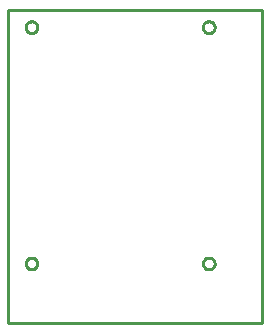
<source format=gbr>
G04 EAGLE Gerber X2 export*
%TF.Part,Single*%
%TF.FileFunction,Profile,NP*%
%TF.FilePolarity,Positive*%
%TF.GenerationSoftware,Autodesk,EAGLE,9.1.0*%
%TF.CreationDate,2018-11-27T18:07:30Z*%
G75*
%MOMM*%
%FSLAX34Y34*%
%LPD*%
%AMOC8*
5,1,8,0,0,1.08239X$1,22.5*%
G01*
%ADD10C,0.254000*%


D10*
X0Y0D02*
X215000Y0D01*
X215000Y265000D01*
X0Y265000D01*
X0Y0D01*
X25000Y49719D02*
X24937Y49161D01*
X24812Y48614D01*
X24627Y48084D01*
X24383Y47578D01*
X24084Y47102D01*
X23734Y46663D01*
X23337Y46266D01*
X22898Y45916D01*
X22422Y45617D01*
X21916Y45373D01*
X21386Y45188D01*
X20839Y45063D01*
X20281Y45000D01*
X19719Y45000D01*
X19161Y45063D01*
X18614Y45188D01*
X18084Y45373D01*
X17578Y45617D01*
X17102Y45916D01*
X16663Y46266D01*
X16266Y46663D01*
X15916Y47102D01*
X15617Y47578D01*
X15373Y48084D01*
X15188Y48614D01*
X15063Y49161D01*
X15000Y49719D01*
X15000Y50281D01*
X15063Y50839D01*
X15188Y51386D01*
X15373Y51916D01*
X15617Y52422D01*
X15916Y52898D01*
X16266Y53337D01*
X16663Y53734D01*
X17102Y54084D01*
X17578Y54383D01*
X18084Y54627D01*
X18614Y54812D01*
X19161Y54937D01*
X19719Y55000D01*
X20281Y55000D01*
X20839Y54937D01*
X21386Y54812D01*
X21916Y54627D01*
X22422Y54383D01*
X22898Y54084D01*
X23337Y53734D01*
X23734Y53337D01*
X24084Y52898D01*
X24383Y52422D01*
X24627Y51916D01*
X24812Y51386D01*
X24937Y50839D01*
X25000Y50281D01*
X25000Y49719D01*
X175000Y49719D02*
X174937Y49161D01*
X174812Y48614D01*
X174627Y48084D01*
X174383Y47578D01*
X174084Y47102D01*
X173734Y46663D01*
X173337Y46266D01*
X172898Y45916D01*
X172422Y45617D01*
X171916Y45373D01*
X171386Y45188D01*
X170839Y45063D01*
X170281Y45000D01*
X169719Y45000D01*
X169161Y45063D01*
X168614Y45188D01*
X168084Y45373D01*
X167578Y45617D01*
X167102Y45916D01*
X166663Y46266D01*
X166266Y46663D01*
X165916Y47102D01*
X165617Y47578D01*
X165373Y48084D01*
X165188Y48614D01*
X165063Y49161D01*
X165000Y49719D01*
X165000Y50281D01*
X165063Y50839D01*
X165188Y51386D01*
X165373Y51916D01*
X165617Y52422D01*
X165916Y52898D01*
X166266Y53337D01*
X166663Y53734D01*
X167102Y54084D01*
X167578Y54383D01*
X168084Y54627D01*
X168614Y54812D01*
X169161Y54937D01*
X169719Y55000D01*
X170281Y55000D01*
X170839Y54937D01*
X171386Y54812D01*
X171916Y54627D01*
X172422Y54383D01*
X172898Y54084D01*
X173337Y53734D01*
X173734Y53337D01*
X174084Y52898D01*
X174383Y52422D01*
X174627Y51916D01*
X174812Y51386D01*
X174937Y50839D01*
X175000Y50281D01*
X175000Y49719D01*
X25000Y249719D02*
X24937Y249161D01*
X24812Y248614D01*
X24627Y248084D01*
X24383Y247578D01*
X24084Y247102D01*
X23734Y246663D01*
X23337Y246266D01*
X22898Y245916D01*
X22422Y245617D01*
X21916Y245373D01*
X21386Y245188D01*
X20839Y245063D01*
X20281Y245000D01*
X19719Y245000D01*
X19161Y245063D01*
X18614Y245188D01*
X18084Y245373D01*
X17578Y245617D01*
X17102Y245916D01*
X16663Y246266D01*
X16266Y246663D01*
X15916Y247102D01*
X15617Y247578D01*
X15373Y248084D01*
X15188Y248614D01*
X15063Y249161D01*
X15000Y249719D01*
X15000Y250281D01*
X15063Y250839D01*
X15188Y251386D01*
X15373Y251916D01*
X15617Y252422D01*
X15916Y252898D01*
X16266Y253337D01*
X16663Y253734D01*
X17102Y254084D01*
X17578Y254383D01*
X18084Y254627D01*
X18614Y254812D01*
X19161Y254937D01*
X19719Y255000D01*
X20281Y255000D01*
X20839Y254937D01*
X21386Y254812D01*
X21916Y254627D01*
X22422Y254383D01*
X22898Y254084D01*
X23337Y253734D01*
X23734Y253337D01*
X24084Y252898D01*
X24383Y252422D01*
X24627Y251916D01*
X24812Y251386D01*
X24937Y250839D01*
X25000Y250281D01*
X25000Y249719D01*
X175000Y249719D02*
X174937Y249161D01*
X174812Y248614D01*
X174627Y248084D01*
X174383Y247578D01*
X174084Y247102D01*
X173734Y246663D01*
X173337Y246266D01*
X172898Y245916D01*
X172422Y245617D01*
X171916Y245373D01*
X171386Y245188D01*
X170839Y245063D01*
X170281Y245000D01*
X169719Y245000D01*
X169161Y245063D01*
X168614Y245188D01*
X168084Y245373D01*
X167578Y245617D01*
X167102Y245916D01*
X166663Y246266D01*
X166266Y246663D01*
X165916Y247102D01*
X165617Y247578D01*
X165373Y248084D01*
X165188Y248614D01*
X165063Y249161D01*
X165000Y249719D01*
X165000Y250281D01*
X165063Y250839D01*
X165188Y251386D01*
X165373Y251916D01*
X165617Y252422D01*
X165916Y252898D01*
X166266Y253337D01*
X166663Y253734D01*
X167102Y254084D01*
X167578Y254383D01*
X168084Y254627D01*
X168614Y254812D01*
X169161Y254937D01*
X169719Y255000D01*
X170281Y255000D01*
X170839Y254937D01*
X171386Y254812D01*
X171916Y254627D01*
X172422Y254383D01*
X172898Y254084D01*
X173337Y253734D01*
X173734Y253337D01*
X174084Y252898D01*
X174383Y252422D01*
X174627Y251916D01*
X174812Y251386D01*
X174937Y250839D01*
X175000Y250281D01*
X175000Y249719D01*
M02*

</source>
